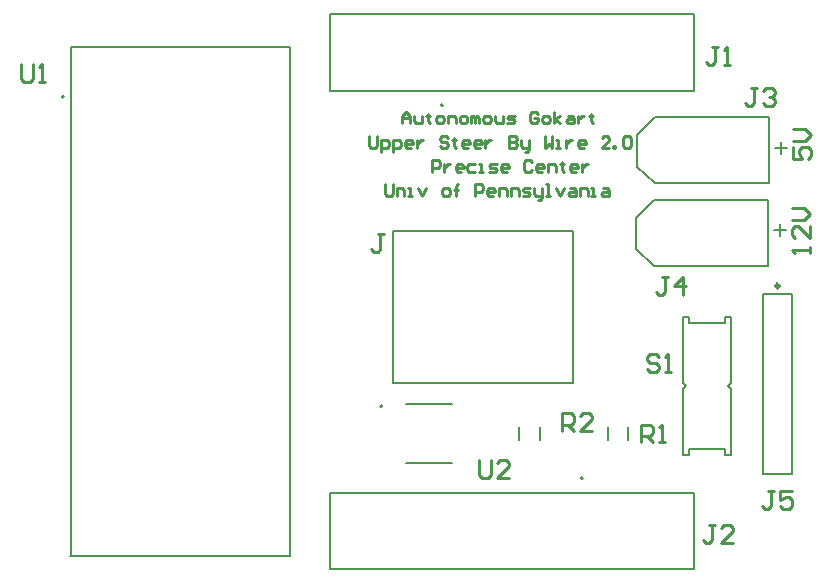
<source format=gto>
G04*
G04 #@! TF.GenerationSoftware,Altium Limited,Altium Designer,22.8.2 (66)*
G04*
G04 Layer_Color=65535*
%FSLAX42Y42*%
%MOMM*%
G71*
G04*
G04 #@! TF.SameCoordinates,A2DC5003-0238-437C-B528-B030F6F49A69*
G04*
G04*
G04 #@! TF.FilePolarity,Positive*
G04*
G01*
G75*
%ADD10C,0.20*%
%ADD11C,0.30*%
%ADD12C,0.13*%
%ADD13C,0.25*%
D10*
X5002Y920D02*
G03*
X5002Y920I-10J0D01*
G01*
X3306Y1531D02*
G03*
X3306Y1531I-10J0D01*
G01*
X610Y4150D02*
G03*
X610Y4150I-10J0D01*
G01*
X3818Y4080D02*
G03*
X3818Y4080I-10J0D01*
G01*
D11*
X6665Y2550D02*
G03*
X6665Y2550I-15J0D01*
G01*
D12*
X2859Y800D02*
X5940D01*
Y150D02*
Y800D01*
X2859Y150D02*
Y800D01*
Y150D02*
X5940D01*
X3505Y1552D02*
X3895D01*
X3505Y1048D02*
X3895D01*
X673Y4570D02*
X2527D01*
X673Y265D02*
X673Y4570D01*
X2527Y265D02*
X2527Y4570D01*
X660Y265D02*
X2514D01*
X3398Y1730D02*
Y3011D01*
Y1730D02*
X4922D01*
Y3011D01*
Y1730D02*
Y2541D01*
X3398Y3011D02*
X4922D01*
X2859Y4850D02*
X5940D01*
Y4200D02*
Y4850D01*
X2859Y4200D02*
Y4850D01*
Y4200D02*
X5940D01*
X5460Y3558D02*
Y3820D01*
Y3558D02*
X5617Y3420D01*
X6580D02*
Y3980D01*
X6630Y3720D02*
X6730D01*
X6680Y3670D02*
Y3770D01*
X5617Y3420D02*
X6580D01*
X5617Y3980D02*
X6580D01*
X5460Y3820D02*
Y3823D01*
X5617Y3980D01*
X5450Y2858D02*
Y3120D01*
Y2858D02*
X5607Y2720D01*
X6570D02*
Y3280D01*
X6620Y3020D02*
X6720D01*
X6670Y2970D02*
Y3070D01*
X5607Y2720D02*
X6570D01*
X5607Y3280D02*
X6570D01*
X5450Y3120D02*
Y3123D01*
X5607Y3280D01*
X4638Y1242D02*
Y1358D01*
X4462Y1242D02*
Y1358D01*
X6775Y953D02*
Y2477D01*
X6525Y953D02*
X6775D01*
X6525D02*
Y2477D01*
X6775D01*
X5388Y1242D02*
Y1358D01*
X5212Y1242D02*
Y1358D01*
X5847Y1116D02*
X5898D01*
Y1167D01*
X6202D01*
Y1116D02*
Y1167D01*
Y1116D02*
X6253D01*
Y1675D01*
X6228Y1700D02*
X6253Y1675D01*
X6228Y1700D02*
X6253Y1725D01*
Y2284D01*
X6202D02*
X6253D01*
X6202Y2233D02*
Y2284D01*
X5898Y2233D02*
X6202D01*
X5898D02*
Y2284D01*
X5847D02*
X5898D01*
X5847Y1725D02*
Y2284D01*
Y1725D02*
X5872Y1700D01*
X5847Y1675D02*
X5872Y1700D01*
X5847Y1116D02*
Y1675D01*
D13*
X6125Y526D02*
X6074D01*
X6099D01*
Y399D01*
X6074Y374D01*
X6048D01*
X6023Y399D01*
X6277Y374D02*
X6175D01*
X6277Y475D01*
Y501D01*
X6252Y526D01*
X6201D01*
X6175Y501D01*
X3725Y3515D02*
Y3615D01*
X3775D01*
X3792Y3599D01*
Y3565D01*
X3775Y3549D01*
X3725D01*
X3825Y3582D02*
Y3515D01*
Y3549D01*
X3842Y3565D01*
X3859Y3582D01*
X3875D01*
X3975Y3515D02*
X3942D01*
X3925Y3532D01*
Y3565D01*
X3942Y3582D01*
X3975D01*
X3992Y3565D01*
Y3549D01*
X3925D01*
X4092Y3582D02*
X4042D01*
X4025Y3565D01*
Y3532D01*
X4042Y3515D01*
X4092D01*
X4125D02*
X4159D01*
X4142D01*
Y3582D01*
X4125D01*
X4209Y3515D02*
X4259D01*
X4275Y3532D01*
X4259Y3549D01*
X4225D01*
X4209Y3565D01*
X4225Y3582D01*
X4275D01*
X4359Y3515D02*
X4325D01*
X4309Y3532D01*
Y3565D01*
X4325Y3582D01*
X4359D01*
X4375Y3565D01*
Y3549D01*
X4309D01*
X4575Y3599D02*
X4558Y3615D01*
X4525D01*
X4508Y3599D01*
Y3532D01*
X4525Y3515D01*
X4558D01*
X4575Y3532D01*
X4658Y3515D02*
X4625D01*
X4608Y3532D01*
Y3565D01*
X4625Y3582D01*
X4658D01*
X4675Y3565D01*
Y3549D01*
X4608D01*
X4708Y3515D02*
Y3582D01*
X4758D01*
X4775Y3565D01*
Y3515D01*
X4825Y3599D02*
Y3582D01*
X4808D01*
X4842D01*
X4825D01*
Y3532D01*
X4842Y3515D01*
X4942D02*
X4908D01*
X4892Y3532D01*
Y3565D01*
X4908Y3582D01*
X4942D01*
X4958Y3565D01*
Y3549D01*
X4892D01*
X4992Y3582D02*
Y3515D01*
Y3549D01*
X5008Y3565D01*
X5025Y3582D01*
X5042D01*
X3195Y3819D02*
Y3735D01*
X3212Y3719D01*
X3245D01*
X3262Y3735D01*
Y3819D01*
X3295Y3685D02*
Y3785D01*
X3345D01*
X3362Y3769D01*
Y3735D01*
X3345Y3719D01*
X3295D01*
X3395Y3685D02*
Y3785D01*
X3445D01*
X3462Y3769D01*
Y3735D01*
X3445Y3719D01*
X3395D01*
X3545D02*
X3512D01*
X3495Y3735D01*
Y3769D01*
X3512Y3785D01*
X3545D01*
X3562Y3769D01*
Y3752D01*
X3495D01*
X3595Y3785D02*
Y3719D01*
Y3752D01*
X3612Y3769D01*
X3629Y3785D01*
X3645D01*
X3862Y3802D02*
X3845Y3819D01*
X3812D01*
X3795Y3802D01*
Y3785D01*
X3812Y3769D01*
X3845D01*
X3862Y3752D01*
Y3735D01*
X3845Y3719D01*
X3812D01*
X3795Y3735D01*
X3912Y3802D02*
Y3785D01*
X3895D01*
X3928D01*
X3912D01*
Y3735D01*
X3928Y3719D01*
X4028D02*
X3995D01*
X3978Y3735D01*
Y3769D01*
X3995Y3785D01*
X4028D01*
X4045Y3769D01*
Y3752D01*
X3978D01*
X4128Y3719D02*
X4095D01*
X4078Y3735D01*
Y3769D01*
X4095Y3785D01*
X4128D01*
X4145Y3769D01*
Y3752D01*
X4078D01*
X4178Y3785D02*
Y3719D01*
Y3752D01*
X4195Y3769D01*
X4212Y3785D01*
X4228D01*
X4378Y3819D02*
Y3719D01*
X4428D01*
X4445Y3735D01*
Y3752D01*
X4428Y3769D01*
X4378D01*
X4428D01*
X4445Y3785D01*
Y3802D01*
X4428Y3819D01*
X4378D01*
X4478Y3785D02*
Y3735D01*
X4495Y3719D01*
X4545D01*
Y3702D01*
X4528Y3685D01*
X4512D01*
X4545Y3719D02*
Y3785D01*
X4678Y3819D02*
Y3719D01*
X4712Y3752D01*
X4745Y3719D01*
Y3819D01*
X4778Y3719D02*
X4812D01*
X4795D01*
Y3785D01*
X4778D01*
X4862D02*
Y3719D01*
Y3752D01*
X4878Y3769D01*
X4895Y3785D01*
X4912D01*
X5011Y3719D02*
X4978D01*
X4961Y3735D01*
Y3769D01*
X4978Y3785D01*
X5011D01*
X5028Y3769D01*
Y3752D01*
X4961D01*
X5228Y3719D02*
X5161D01*
X5228Y3785D01*
Y3802D01*
X5211Y3819D01*
X5178D01*
X5161Y3802D01*
X5261Y3719D02*
Y3735D01*
X5278D01*
Y3719D01*
X5261D01*
X5345Y3802D02*
X5361Y3819D01*
X5395D01*
X5411Y3802D01*
Y3735D01*
X5395Y3719D01*
X5361D01*
X5345Y3735D01*
Y3802D01*
X3475Y3925D02*
Y3992D01*
X3509Y4025D01*
X3542Y3992D01*
Y3925D01*
Y3975D01*
X3475D01*
X3575Y3992D02*
Y3942D01*
X3592Y3925D01*
X3642D01*
Y3992D01*
X3692Y4009D02*
Y3992D01*
X3675D01*
X3709D01*
X3692D01*
Y3942D01*
X3709Y3925D01*
X3775D02*
X3809D01*
X3825Y3942D01*
Y3975D01*
X3809Y3992D01*
X3775D01*
X3759Y3975D01*
Y3942D01*
X3775Y3925D01*
X3859D02*
Y3992D01*
X3909D01*
X3925Y3975D01*
Y3925D01*
X3975D02*
X4009D01*
X4025Y3942D01*
Y3975D01*
X4009Y3992D01*
X3975D01*
X3959Y3975D01*
Y3942D01*
X3975Y3925D01*
X4059D02*
Y3992D01*
X4075D01*
X4092Y3975D01*
Y3925D01*
Y3975D01*
X4109Y3992D01*
X4125Y3975D01*
Y3925D01*
X4175D02*
X4208D01*
X4225Y3942D01*
Y3975D01*
X4208Y3992D01*
X4175D01*
X4159Y3975D01*
Y3942D01*
X4175Y3925D01*
X4258Y3992D02*
Y3942D01*
X4275Y3925D01*
X4325D01*
Y3992D01*
X4358Y3925D02*
X4408D01*
X4425Y3942D01*
X4408Y3959D01*
X4375D01*
X4358Y3975D01*
X4375Y3992D01*
X4425D01*
X4625Y4009D02*
X4608Y4025D01*
X4575D01*
X4558Y4009D01*
Y3942D01*
X4575Y3925D01*
X4608D01*
X4625Y3942D01*
Y3975D01*
X4592D01*
X4675Y3925D02*
X4708D01*
X4725Y3942D01*
Y3975D01*
X4708Y3992D01*
X4675D01*
X4658Y3975D01*
Y3942D01*
X4675Y3925D01*
X4758D02*
Y4025D01*
Y3959D02*
X4808Y3992D01*
X4758Y3959D02*
X4808Y3925D01*
X4875Y3992D02*
X4908D01*
X4925Y3975D01*
Y3925D01*
X4875D01*
X4858Y3942D01*
X4875Y3959D01*
X4925D01*
X4958Y3992D02*
Y3925D01*
Y3959D01*
X4975Y3975D01*
X4992Y3992D01*
X5008D01*
X5075Y4009D02*
Y3992D01*
X5058D01*
X5092D01*
X5075D01*
Y3942D01*
X5092Y3925D01*
X3325Y3409D02*
Y3325D01*
X3342Y3309D01*
X3375D01*
X3392Y3325D01*
Y3409D01*
X3425Y3309D02*
Y3375D01*
X3475D01*
X3492Y3359D01*
Y3309D01*
X3525D02*
X3559D01*
X3542D01*
Y3375D01*
X3525D01*
X3609D02*
X3642Y3309D01*
X3675Y3375D01*
X3825Y3309D02*
X3859D01*
X3875Y3325D01*
Y3359D01*
X3859Y3375D01*
X3825D01*
X3809Y3359D01*
Y3325D01*
X3825Y3309D01*
X3925D02*
Y3392D01*
Y3359D01*
X3909D01*
X3942D01*
X3925D01*
Y3392D01*
X3942Y3409D01*
X4092Y3309D02*
Y3409D01*
X4142D01*
X4158Y3392D01*
Y3359D01*
X4142Y3342D01*
X4092D01*
X4242Y3309D02*
X4208D01*
X4192Y3325D01*
Y3359D01*
X4208Y3375D01*
X4242D01*
X4258Y3359D01*
Y3342D01*
X4192D01*
X4292Y3309D02*
Y3375D01*
X4342D01*
X4358Y3359D01*
Y3309D01*
X4392D02*
Y3375D01*
X4442D01*
X4458Y3359D01*
Y3309D01*
X4492D02*
X4542D01*
X4558Y3325D01*
X4542Y3342D01*
X4508D01*
X4492Y3359D01*
X4508Y3375D01*
X4558D01*
X4592D02*
Y3325D01*
X4608Y3309D01*
X4658D01*
Y3292D01*
X4642Y3275D01*
X4625D01*
X4658Y3309D02*
Y3375D01*
X4692Y3309D02*
X4725D01*
X4708D01*
Y3409D01*
X4692D01*
X4775Y3375D02*
X4808Y3309D01*
X4842Y3375D01*
X4892D02*
X4925D01*
X4942Y3359D01*
Y3309D01*
X4892D01*
X4875Y3325D01*
X4892Y3342D01*
X4942D01*
X4975Y3309D02*
Y3375D01*
X5025D01*
X5042Y3359D01*
Y3309D01*
X5075D02*
X5108D01*
X5091D01*
Y3375D01*
X5075D01*
X5175D02*
X5208D01*
X5225Y3359D01*
Y3309D01*
X5175D01*
X5158Y3325D01*
X5175Y3342D01*
X5225D01*
X6782Y3727D02*
Y3625D01*
X6858D01*
X6833Y3676D01*
Y3702D01*
X6858Y3727D01*
X6909D01*
X6935Y3702D01*
Y3651D01*
X6909Y3625D01*
X6782Y3778D02*
X6884D01*
X6935Y3829D01*
X6884Y3879D01*
X6782D01*
X6925Y2825D02*
Y2876D01*
Y2851D01*
X6772D01*
X6798Y2825D01*
X6925Y3054D02*
Y2952D01*
X6823Y3054D01*
X6798D01*
X6772Y3029D01*
Y2978D01*
X6798Y2952D01*
X6772Y3105D02*
X6874D01*
X6925Y3155D01*
X6874Y3206D01*
X6772D01*
X3315Y2992D02*
X3264D01*
X3289D01*
Y2865D01*
X3264Y2840D01*
X3238D01*
X3213Y2865D01*
X6150Y4576D02*
X6099D01*
X6125D01*
Y4449D01*
X6099Y4424D01*
X6074D01*
X6048Y4449D01*
X6201Y4424D02*
X6252D01*
X6226D01*
Y4576D01*
X6201Y4551D01*
X4823Y1324D02*
Y1476D01*
X4899D01*
X4925Y1451D01*
Y1400D01*
X4899Y1375D01*
X4823D01*
X4874D02*
X4925Y1324D01*
X5077D02*
X4975D01*
X5077Y1425D01*
Y1451D01*
X5052Y1476D01*
X5001D01*
X4975Y1451D01*
X5498Y1224D02*
Y1376D01*
X5575D01*
X5600Y1351D01*
Y1300D01*
X5575Y1275D01*
X5498D01*
X5549D02*
X5600Y1224D01*
X5651D02*
X5702D01*
X5676D01*
Y1376D01*
X5651Y1351D01*
X6625Y814D02*
X6574D01*
X6599D01*
Y687D01*
X6574Y662D01*
X6548D01*
X6523Y687D01*
X6777Y814D02*
X6675D01*
Y738D01*
X6726Y763D01*
X6752D01*
X6777Y738D01*
Y687D01*
X6752Y662D01*
X6701D01*
X6675Y687D01*
X6475Y4226D02*
X6424D01*
X6449D01*
Y4099D01*
X6424Y4074D01*
X6398D01*
X6373Y4099D01*
X6525Y4201D02*
X6551Y4226D01*
X6602D01*
X6627Y4201D01*
Y4175D01*
X6602Y4150D01*
X6576D01*
X6602D01*
X6627Y4125D01*
Y4099D01*
X6602Y4074D01*
X6551D01*
X6525Y4099D01*
X4123Y1076D02*
Y949D01*
X4148Y924D01*
X4199D01*
X4225Y949D01*
Y1076D01*
X4377Y924D02*
X4275D01*
X4377Y1025D01*
Y1051D01*
X4352Y1076D01*
X4301D01*
X4275Y1051D01*
X5650Y1951D02*
X5625Y1976D01*
X5574D01*
X5548Y1951D01*
Y1925D01*
X5574Y1900D01*
X5625D01*
X5650Y1875D01*
Y1849D01*
X5625Y1824D01*
X5574D01*
X5548Y1849D01*
X5701Y1824D02*
X5752D01*
X5726D01*
Y1976D01*
X5701Y1951D01*
X248Y4426D02*
Y4299D01*
X274Y4274D01*
X325D01*
X350Y4299D01*
Y4426D01*
X401Y4274D02*
X452D01*
X426D01*
Y4426D01*
X401Y4401D01*
X5725Y2626D02*
X5674D01*
X5699D01*
Y2499D01*
X5674Y2474D01*
X5648D01*
X5623Y2499D01*
X5852Y2474D02*
Y2626D01*
X5775Y2550D01*
X5877D01*
M02*

</source>
